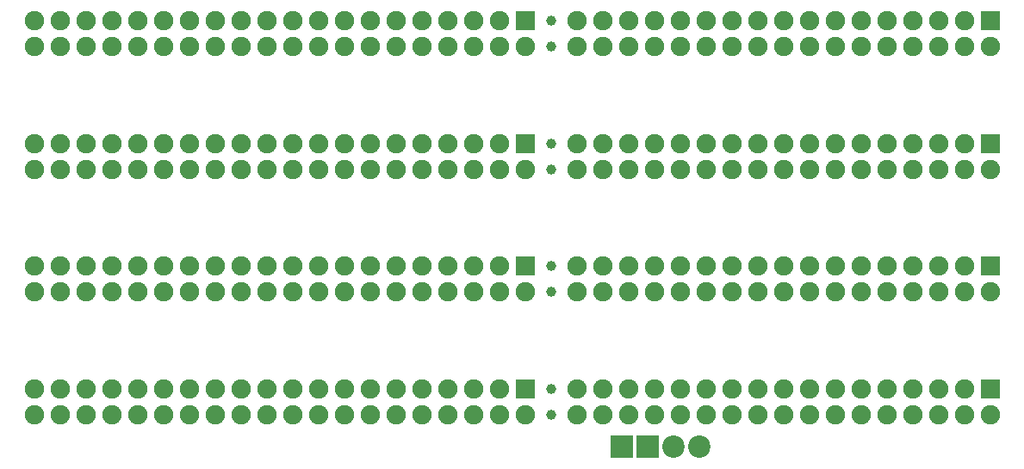
<source format=gbr>
G04 DipTrace 4.3.0.5*
G04 TopMask.gbr*
%MOMM*%
G04 #@! TF.FileFunction,Soldermask,Top*
G04 #@! TF.Part,Single*
%ADD22C,1.0*%
%ADD25C,2.2*%
%ADD27R,2.2X2.2*%
%ADD29C,1.9*%
%ADD31R,1.9X1.9*%
%FSLAX35Y35*%
G04*
G71*
G90*
G75*
G01*
G04 TopMask*
%LPD*%
D31*
X127000Y0D3*
D29*
Y-254000D3*
X-127000Y0D3*
Y-254000D3*
X-381000Y0D3*
Y-254000D3*
X-635000Y0D3*
Y-254000D3*
X-889000Y0D3*
Y-254000D3*
X-1143000Y0D3*
Y-254000D3*
X-1397000Y0D3*
Y-254000D3*
X-1651000Y0D3*
Y-254000D3*
X-1905000Y0D3*
Y-254000D3*
X-2159000Y0D3*
Y-254000D3*
X-2413000Y0D3*
Y-254000D3*
X-2667000Y0D3*
Y-254000D3*
X-2921000Y0D3*
Y-254000D3*
X-3175000Y0D3*
Y-254000D3*
X-3429000Y0D3*
Y-254000D3*
X-3683000Y0D3*
Y-254000D3*
X-3937000Y0D3*
Y-254000D3*
X-4191000Y0D3*
Y-254000D3*
X-4445000Y0D3*
Y-254000D3*
X-4699000Y0D3*
Y-254000D3*
D31*
X127000Y-1206500D3*
D29*
Y-1460500D3*
X-127000Y-1206500D3*
Y-1460500D3*
X-381000Y-1206500D3*
Y-1460500D3*
X-635000Y-1206500D3*
Y-1460500D3*
X-889000Y-1206500D3*
Y-1460500D3*
X-1143000Y-1206500D3*
Y-1460500D3*
X-1397000Y-1206500D3*
Y-1460500D3*
X-1651000Y-1206500D3*
Y-1460500D3*
X-1905000Y-1206500D3*
Y-1460500D3*
X-2159000Y-1206500D3*
Y-1460500D3*
X-2413000Y-1206500D3*
Y-1460500D3*
X-2667000Y-1206500D3*
Y-1460500D3*
X-2921000Y-1206500D3*
Y-1460500D3*
X-3175000Y-1206500D3*
Y-1460500D3*
X-3429000Y-1206500D3*
Y-1460500D3*
X-3683000Y-1206500D3*
Y-1460500D3*
X-3937000Y-1206500D3*
Y-1460500D3*
X-4191000Y-1206500D3*
Y-1460500D3*
X-4445000Y-1206500D3*
Y-1460500D3*
X-4699000Y-1206500D3*
Y-1460500D3*
D31*
X4699000Y-1206500D3*
D29*
Y-1460500D3*
X4445000Y-1206500D3*
Y-1460500D3*
X4191000Y-1206500D3*
Y-1460500D3*
X3937000Y-1206500D3*
Y-1460500D3*
X3683000Y-1206500D3*
Y-1460500D3*
X3429000Y-1206500D3*
Y-1460500D3*
X3175000Y-1206500D3*
Y-1460500D3*
X2921000Y-1206500D3*
Y-1460500D3*
X2667000Y-1206500D3*
Y-1460500D3*
X2413000Y-1206500D3*
Y-1460500D3*
X2159000Y-1206500D3*
Y-1460500D3*
X1905000Y-1206500D3*
Y-1460500D3*
X1651000Y-1206500D3*
Y-1460500D3*
X1397000Y-1206500D3*
Y-1460500D3*
X1143000Y-1206500D3*
Y-1460500D3*
X889000Y-1206500D3*
Y-1460500D3*
X635000Y-1206500D3*
Y-1460500D3*
D31*
X4699000Y0D3*
D29*
Y-254000D3*
X4445000Y0D3*
Y-254000D3*
X4191000Y0D3*
Y-254000D3*
X3937000Y0D3*
Y-254000D3*
X3683000Y0D3*
Y-254000D3*
X3429000Y0D3*
Y-254000D3*
X3175000Y0D3*
Y-254000D3*
X2921000Y0D3*
Y-254000D3*
X2667000Y0D3*
Y-254000D3*
X2413000Y0D3*
Y-254000D3*
X2159000Y0D3*
Y-254000D3*
X1905000Y0D3*
Y-254000D3*
X1651000Y0D3*
Y-254000D3*
X1397000Y0D3*
Y-254000D3*
X1143000Y0D3*
Y-254000D3*
X889000Y0D3*
Y-254000D3*
X635000Y0D3*
Y-254000D3*
D31*
X127000Y-2413000D3*
D29*
Y-2667000D3*
X-127000Y-2413000D3*
Y-2667000D3*
X-381000Y-2413000D3*
Y-2667000D3*
X-635000Y-2413000D3*
Y-2667000D3*
X-889000Y-2413000D3*
Y-2667000D3*
X-1143000Y-2413000D3*
Y-2667000D3*
X-1397000Y-2413000D3*
Y-2667000D3*
X-1651000Y-2413000D3*
Y-2667000D3*
X-1905000Y-2413000D3*
Y-2667000D3*
X-2159000Y-2413000D3*
Y-2667000D3*
X-2413000Y-2413000D3*
Y-2667000D3*
X-2667000Y-2413000D3*
Y-2667000D3*
X-2921000Y-2413000D3*
Y-2667000D3*
X-3175000Y-2413000D3*
Y-2667000D3*
X-3429000Y-2413000D3*
Y-2667000D3*
X-3683000Y-2413000D3*
Y-2667000D3*
X-3937000Y-2413000D3*
Y-2667000D3*
X-4191000Y-2413000D3*
Y-2667000D3*
X-4445000Y-2413000D3*
Y-2667000D3*
X-4699000Y-2413000D3*
Y-2667000D3*
D31*
X4699000Y-2413000D3*
D29*
Y-2667000D3*
X4445000Y-2413000D3*
Y-2667000D3*
X4191000Y-2413000D3*
Y-2667000D3*
X3937000Y-2413000D3*
Y-2667000D3*
X3683000Y-2413000D3*
Y-2667000D3*
X3429000Y-2413000D3*
Y-2667000D3*
X3175000Y-2413000D3*
Y-2667000D3*
X2921000Y-2413000D3*
Y-2667000D3*
X2667000Y-2413000D3*
Y-2667000D3*
X2413000Y-2413000D3*
Y-2667000D3*
X2159000Y-2413000D3*
Y-2667000D3*
X1905000Y-2413000D3*
Y-2667000D3*
X1651000Y-2413000D3*
Y-2667000D3*
X1397000Y-2413000D3*
Y-2667000D3*
X1143000Y-2413000D3*
Y-2667000D3*
X889000Y-2413000D3*
Y-2667000D3*
X635000Y-2413000D3*
Y-2667000D3*
D31*
X127000Y-3619500D3*
D29*
Y-3873500D3*
X-127000Y-3619500D3*
Y-3873500D3*
X-381000Y-3619500D3*
Y-3873500D3*
X-635000Y-3619500D3*
Y-3873500D3*
X-889000Y-3619500D3*
Y-3873500D3*
X-1143000Y-3619500D3*
Y-3873500D3*
X-1397000Y-3619500D3*
Y-3873500D3*
X-1651000Y-3619500D3*
Y-3873500D3*
X-1905000Y-3619500D3*
Y-3873500D3*
X-2159000Y-3619500D3*
Y-3873500D3*
X-2413000Y-3619500D3*
Y-3873500D3*
X-2667000Y-3619500D3*
Y-3873500D3*
X-2921000Y-3619500D3*
Y-3873500D3*
X-3175000Y-3619500D3*
Y-3873500D3*
X-3429000Y-3619500D3*
Y-3873500D3*
X-3683000Y-3619500D3*
Y-3873500D3*
X-3937000Y-3619500D3*
Y-3873500D3*
X-4191000Y-3619500D3*
Y-3873500D3*
X-4445000Y-3619500D3*
Y-3873500D3*
X-4699000Y-3619500D3*
Y-3873500D3*
D31*
X4699000Y-3619500D3*
D29*
Y-3873500D3*
X4445000Y-3619500D3*
Y-3873500D3*
X4191000Y-3619500D3*
Y-3873500D3*
X3937000Y-3619500D3*
Y-3873500D3*
X3683000Y-3619500D3*
Y-3873500D3*
X3429000Y-3619500D3*
Y-3873500D3*
X3175000Y-3619500D3*
Y-3873500D3*
X2921000Y-3619500D3*
Y-3873500D3*
X2667000Y-3619500D3*
Y-3873500D3*
X2413000Y-3619500D3*
Y-3873500D3*
X2159000Y-3619500D3*
Y-3873500D3*
X1905000Y-3619500D3*
Y-3873500D3*
X1651000Y-3619500D3*
Y-3873500D3*
X1397000Y-3619500D3*
Y-3873500D3*
X1143000Y-3619500D3*
Y-3873500D3*
X889000Y-3619500D3*
Y-3873500D3*
X635000Y-3619500D3*
Y-3873500D3*
D22*
X381000Y0D3*
Y-254000D3*
Y-1206500D3*
Y-1460500D3*
Y-2413000D3*
Y-2667000D3*
Y-3619500D3*
Y-3873500D3*
D27*
X1079500Y-4191000D3*
X1333500D3*
D25*
X1587500D3*
X1841500D3*
M02*

</source>
